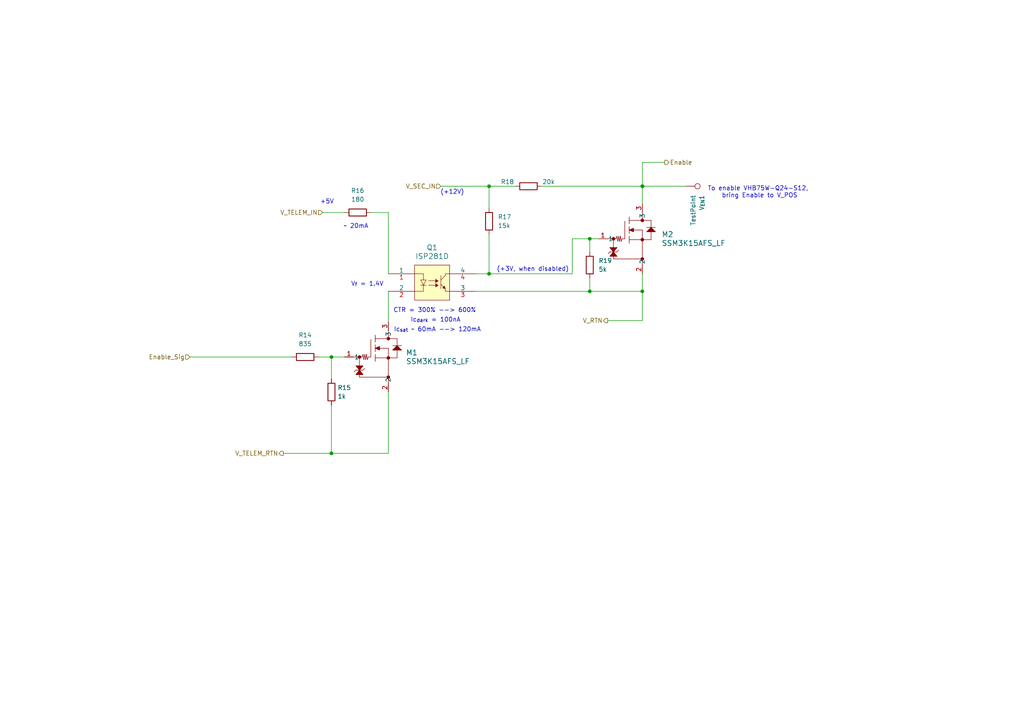
<source format=kicad_sch>
(kicad_sch
	(version 20250114)
	(generator "eeschema")
	(generator_version "9.0")
	(uuid "f2c94885-fc17-4da7-a0f6-19cde8b84424")
	(paper "A4")
	(lib_symbols
		(symbol "Connector:TestPoint"
			(pin_numbers
				(hide yes)
			)
			(pin_names
				(offset 0.762)
				(hide yes)
			)
			(exclude_from_sim no)
			(in_bom yes)
			(on_board yes)
			(property "Reference" "TP"
				(at 0 6.858 0)
				(effects
					(font
						(size 1.27 1.27)
					)
				)
			)
			(property "Value" "TestPoint"
				(at 0 5.08 0)
				(effects
					(font
						(size 1.27 1.27)
					)
				)
			)
			(property "Footprint" ""
				(at 5.08 0 0)
				(effects
					(font
						(size 1.27 1.27)
					)
					(hide yes)
				)
			)
			(property "Datasheet" "~"
				(at 5.08 0 0)
				(effects
					(font
						(size 1.27 1.27)
					)
					(hide yes)
				)
			)
			(property "Description" "test point"
				(at 0 0 0)
				(effects
					(font
						(size 1.27 1.27)
					)
					(hide yes)
				)
			)
			(property "ki_keywords" "test point tp"
				(at 0 0 0)
				(effects
					(font
						(size 1.27 1.27)
					)
					(hide yes)
				)
			)
			(property "ki_fp_filters" "Pin* Test*"
				(at 0 0 0)
				(effects
					(font
						(size 1.27 1.27)
					)
					(hide yes)
				)
			)
			(symbol "TestPoint_0_1"
				(circle
					(center 0 3.302)
					(radius 0.762)
					(stroke
						(width 0)
						(type default)
					)
					(fill
						(type none)
					)
				)
			)
			(symbol "TestPoint_1_1"
				(pin passive line
					(at 0 0 90)
					(length 2.54)
					(name "1"
						(effects
							(font
								(size 1.27 1.27)
							)
						)
					)
					(number "1"
						(effects
							(font
								(size 1.27 1.27)
							)
						)
					)
				)
			)
			(embedded_fonts no)
		)
		(symbol "Device:R"
			(pin_numbers
				(hide yes)
			)
			(pin_names
				(offset 0)
			)
			(exclude_from_sim no)
			(in_bom yes)
			(on_board yes)
			(property "Reference" "R"
				(at 2.032 0 90)
				(effects
					(font
						(size 1.27 1.27)
					)
				)
			)
			(property "Value" "R"
				(at 0 0 90)
				(effects
					(font
						(size 1.27 1.27)
					)
				)
			)
			(property "Footprint" ""
				(at -1.778 0 90)
				(effects
					(font
						(size 1.27 1.27)
					)
					(hide yes)
				)
			)
			(property "Datasheet" "~"
				(at 0 0 0)
				(effects
					(font
						(size 1.27 1.27)
					)
					(hide yes)
				)
			)
			(property "Description" "Resistor"
				(at 0 0 0)
				(effects
					(font
						(size 1.27 1.27)
					)
					(hide yes)
				)
			)
			(property "ki_keywords" "R res resistor"
				(at 0 0 0)
				(effects
					(font
						(size 1.27 1.27)
					)
					(hide yes)
				)
			)
			(property "ki_fp_filters" "R_*"
				(at 0 0 0)
				(effects
					(font
						(size 1.27 1.27)
					)
					(hide yes)
				)
			)
			(symbol "R_0_1"
				(rectangle
					(start -1.016 -2.54)
					(end 1.016 2.54)
					(stroke
						(width 0.254)
						(type default)
					)
					(fill
						(type none)
					)
				)
			)
			(symbol "R_1_1"
				(pin passive line
					(at 0 3.81 270)
					(length 1.27)
					(name "~"
						(effects
							(font
								(size 1.27 1.27)
							)
						)
					)
					(number "1"
						(effects
							(font
								(size 1.27 1.27)
							)
						)
					)
				)
				(pin passive line
					(at 0 -3.81 90)
					(length 1.27)
					(name "~"
						(effects
							(font
								(size 1.27 1.27)
							)
						)
					)
					(number "2"
						(effects
							(font
								(size 1.27 1.27)
							)
						)
					)
				)
			)
			(embedded_fonts no)
		)
		(symbol "ISOCOM:ISP281D"
			(pin_names
				(offset 0)
			)
			(exclude_from_sim no)
			(in_bom yes)
			(on_board yes)
			(property "Reference" "Q"
				(at 8.89 7.366 0)
				(effects
					(font
						(size 1.524 1.524)
					)
				)
			)
			(property "Value" "ISP281D"
				(at 12.446 4.572 0)
				(effects
					(font
						(size 1.524 1.524)
					)
				)
			)
			(property "Footprint" "ISOCOM:ISP281D_ISO"
				(at 0 0 0)
				(effects
					(font
						(size 1.27 1.27)
						(italic yes)
					)
					(hide yes)
				)
			)
			(property "Datasheet" "http://isocom.com/wp-content/uploads/2020/06/dd93256-030620.pdf"
				(at 0 0 0)
				(effects
					(font
						(size 1.27 1.27)
						(italic yes)
					)
					(hide yes)
				)
			)
			(property "Description" "Optoisolator Transistor Output 3750Vrms 1 Channel 4-SOP"
				(at 0 0 0)
				(effects
					(font
						(size 1.27 1.27)
					)
					(hide yes)
				)
			)
			(property "Manufacturer" "Isocom Components 2004 LTD"
				(at 0 0 0)
				(effects
					(font
						(size 1.27 1.27)
					)
					(hide yes)
				)
			)
			(property "Man. Part Num" "ISP281D"
				(at 0 0 0)
				(effects
					(font
						(size 1.27 1.27)
					)
					(hide yes)
				)
			)
			(property "Distributor" "Digi-Key"
				(at 0 0 0)
				(effects
					(font
						(size 1.27 1.27)
					)
					(hide yes)
				)
			)
			(property "Dist. Part Num" "58-ISP281DCT-ND"
				(at 0 0 0)
				(effects
					(font
						(size 1.27 1.27)
					)
					(hide yes)
				)
			)
			(property "Part Type" "SMD"
				(at 0 0 0)
				(effects
					(font
						(size 1.27 1.27)
					)
					(hide yes)
				)
			)
			(property "Package" "4-SOP"
				(at 0 0 0)
				(effects
					(font
						(size 1.27 1.27)
					)
					(hide yes)
				)
			)
			(property "Notes" ""
				(at 0 0 0)
				(effects
					(font
						(size 1.27 1.27)
					)
					(hide yes)
				)
			)
			(property "ki_keywords" "ISP281D"
				(at 0 0 0)
				(effects
					(font
						(size 1.27 1.27)
					)
					(hide yes)
				)
			)
			(property "ki_fp_filters" "ISP281D_ISO ISP281D_ISO-M ISP281D_ISO-L"
				(at 0 0 0)
				(effects
					(font
						(size 1.27 1.27)
					)
					(hide yes)
				)
			)
			(symbol "ISP281D_0_1"
				(polyline
					(pts
						(xy 9.398 -1.778) (xy 10.16 -3.302)
					)
					(stroke
						(width 0.127)
						(type default)
					)
					(fill
						(type none)
					)
				)
				(polyline
					(pts
						(xy 9.398 -3.302) (xy 10.922 -3.302)
					)
					(stroke
						(width 0.127)
						(type default)
					)
					(fill
						(type none)
					)
				)
				(polyline
					(pts
						(xy 10.16 0) (xy 7.62 0)
					)
					(stroke
						(width 0.127)
						(type default)
					)
					(fill
						(type none)
					)
				)
				(polyline
					(pts
						(xy 10.16 0) (xy 10.16 -1.778)
					)
					(stroke
						(width 0.127)
						(type default)
					)
					(fill
						(type none)
					)
				)
				(polyline
					(pts
						(xy 10.16 -3.302) (xy 10.16 -5.08)
					)
					(stroke
						(width 0.127)
						(type default)
					)
					(fill
						(type none)
					)
				)
				(polyline
					(pts
						(xy 10.16 -3.302) (xy 10.922 -1.778)
					)
					(stroke
						(width 0.127)
						(type default)
					)
					(fill
						(type none)
					)
				)
				(polyline
					(pts
						(xy 10.16 -5.08) (xy 7.62 -5.08)
					)
					(stroke
						(width 0.127)
						(type default)
					)
					(fill
						(type none)
					)
				)
				(polyline
					(pts
						(xy 10.922 -1.778) (xy 9.398 -1.778)
					)
					(stroke
						(width 0.127)
						(type default)
					)
					(fill
						(type none)
					)
				)
				(polyline
					(pts
						(xy 11.684 -2.032) (xy 13.716 -2.032)
					)
					(stroke
						(width 0.127)
						(type default)
					)
					(fill
						(type none)
					)
				)
				(polyline
					(pts
						(xy 11.684 -3.302) (xy 13.716 -3.302)
					)
					(stroke
						(width 0.127)
						(type default)
					)
					(fill
						(type none)
					)
				)
				(polyline
					(pts
						(xy 13.716 -1.524) (xy 13.716 -2.54) (xy 14.478 -2.032)
					)
					(stroke
						(width 0)
						(type default)
					)
					(fill
						(type outline)
					)
				)
				(polyline
					(pts
						(xy 13.716 -2.794) (xy 13.716 -3.81) (xy 14.478 -3.302)
					)
					(stroke
						(width 0)
						(type default)
					)
					(fill
						(type outline)
					)
				)
				(polyline
					(pts
						(xy 15.24 -1.778) (xy 16.51 -0.508)
					)
					(stroke
						(width 0.127)
						(type default)
					)
					(fill
						(type none)
					)
				)
				(polyline
					(pts
						(xy 15.24 -3.048) (xy 16.002 -3.81)
					)
					(stroke
						(width 0.127)
						(type default)
					)
					(fill
						(type none)
					)
				)
				(polyline
					(pts
						(xy 15.24 -4.318) (xy 15.24 -0.508)
					)
					(stroke
						(width 0.127)
						(type default)
					)
					(fill
						(type none)
					)
				)
				(polyline
					(pts
						(xy 16.4717 -4.3107) (xy 15.748 -4.064) (xy 16.256 -3.556) (xy 16.51 -4.318)
					)
					(stroke
						(width 0)
						(type default)
					)
					(fill
						(type outline)
					)
				)
				(polyline
					(pts
						(xy 16.51 0) (xy 17.78 0)
					)
					(stroke
						(width 0.127)
						(type default)
					)
					(fill
						(type none)
					)
				)
				(polyline
					(pts
						(xy 16.51 -0.508) (xy 16.51 0)
					)
					(stroke
						(width 0.127)
						(type default)
					)
					(fill
						(type none)
					)
				)
				(polyline
					(pts
						(xy 16.51 -4.318) (xy 16.51 -5.08)
					)
					(stroke
						(width 0.127)
						(type default)
					)
					(fill
						(type none)
					)
				)
				(polyline
					(pts
						(xy 17.78 -5.08) (xy 16.51 -5.08)
					)
					(stroke
						(width 0.127)
						(type default)
					)
					(fill
						(type none)
					)
				)
				(pin unspecified line
					(at 0 0 0)
					(length 7.62)
					(name "1"
						(effects
							(font
								(size 1.27 1.27)
							)
						)
					)
					(number "1"
						(effects
							(font
								(size 1.27 1.27)
							)
						)
					)
				)
				(pin unspecified line
					(at 0 -5.08 0)
					(length 7.62)
					(name "2"
						(effects
							(font
								(size 1.27 1.27)
							)
						)
					)
					(number "2"
						(effects
							(font
								(size 1.27 1.27)
							)
						)
					)
				)
				(pin unspecified line
					(at 25.4 0 180)
					(length 7.62)
					(name "4"
						(effects
							(font
								(size 1.27 1.27)
							)
						)
					)
					(number "4"
						(effects
							(font
								(size 1.27 1.27)
							)
						)
					)
				)
				(pin unspecified line
					(at 25.4 -5.08 180)
					(length 7.62)
					(name "3"
						(effects
							(font
								(size 1.27 1.27)
							)
						)
					)
					(number "3"
						(effects
							(font
								(size 1.27 1.27)
							)
						)
					)
				)
			)
			(symbol "ISP281D_1_1"
				(rectangle
					(start 7.62 2.54)
					(end 17.78 -7.62)
					(stroke
						(width 0)
						(type default)
					)
					(fill
						(type background)
					)
				)
			)
			(embedded_fonts no)
		)
		(symbol "Toshiba_Semiconductor:SSM3K15AFS_LF"
			(pin_names
				(offset 0.254)
			)
			(exclude_from_sim no)
			(in_bom yes)
			(on_board yes)
			(property "Reference" "MOSFET"
				(at 0 0 0)
				(effects
					(font
						(size 1.524 1.524)
					)
				)
			)
			(property "Value" "SSM3K15AFS_LF"
				(at 0 0 0)
				(effects
					(font
						(size 1.524 1.524)
					)
				)
			)
			(property "Footprint" "SSM_TOS"
				(at 0 0 0)
				(effects
					(font
						(size 1.27 1.27)
						(italic yes)
					)
					(hide yes)
				)
			)
			(property "Datasheet" "https://toshiba.semicon-storage.com/info/SSM3K15AFS_datasheet_en_20140301.pdf?did=5914&prodName=SSM3K15AFS"
				(at 0 0 0)
				(effects
					(font
						(size 1.27 1.27)
						(italic yes)
					)
					(hide yes)
				)
			)
			(property "Description" "MOSFET N-CH 30V 100MA SSM"
				(at 0 0 0)
				(effects
					(font
						(size 1.27 1.27)
					)
					(hide yes)
				)
			)
			(property "Manufacturer" "Toshiba Semiconductor and Storage"
				(at 0 0 0)
				(effects
					(font
						(size 1.27 1.27)
					)
					(hide yes)
				)
			)
			(property "Man. Part Num" "SSM3K15AFS,LF"
				(at 0 0 0)
				(effects
					(font
						(size 1.27 1.27)
					)
					(hide yes)
				)
			)
			(property "Distributor" "Digi-Key"
				(at 0 0 0)
				(effects
					(font
						(size 1.27 1.27)
					)
					(hide yes)
				)
			)
			(property "Dist. Part Num" "SSM3K15AFSLFCT-ND"
				(at 0 0 0)
				(effects
					(font
						(size 1.27 1.27)
					)
					(hide yes)
				)
			)
			(property "Part Type" "SMD"
				(at 0 0 0)
				(effects
					(font
						(size 1.27 1.27)
					)
					(hide yes)
				)
			)
			(property "Package" "SSM_TOS"
				(at 0 0 0)
				(effects
					(font
						(size 1.27 1.27)
					)
					(hide yes)
				)
			)
			(property "Notes" ""
				(at 0 0 0)
				(effects
					(font
						(size 1.27 1.27)
					)
					(hide yes)
				)
			)
			(property "ki_keywords" "SSM3K15AFS,LF"
				(at 0 0 0)
				(effects
					(font
						(size 1.27 1.27)
					)
					(hide yes)
				)
			)
			(property "ki_fp_filters" "SSM_TOS SSM_TOS-M SSM_TOS-L"
				(at 0 0 0)
				(effects
					(font
						(size 1.27 1.27)
					)
					(hide yes)
				)
			)
			(symbol "SSM3K15AFS_LF_0_1"
				(polyline
					(pts
						(xy 0 -7.62) (xy 2.54 -7.62)
					)
					(stroke
						(width 0.1524)
						(type default)
					)
					(fill
						(type none)
					)
				)
				(polyline
					(pts
						(xy 0.762 -10.16) (xy 1.778 -11.43)
					)
					(stroke
						(width 0.1524)
						(type default)
					)
					(fill
						(type none)
					)
				)
				(polyline
					(pts
						(xy 0.762 -10.16) (xy 1.778 -11.43) (xy 0.762 -12.7) (xy 2.794 -12.7) (xy 1.778 -11.43) (xy 2.794 -10.16)
					)
					(stroke
						(width 0)
						(type default)
					)
					(fill
						(type outline)
					)
				)
				(polyline
					(pts
						(xy 0.762 -11.43) (xy 0.254 -11.938)
					)
					(stroke
						(width 0.1524)
						(type default)
					)
					(fill
						(type none)
					)
				)
				(polyline
					(pts
						(xy 0.762 -11.43) (xy 2.794 -11.43)
					)
					(stroke
						(width 0.1524)
						(type default)
					)
					(fill
						(type none)
					)
				)
				(polyline
					(pts
						(xy 0.762 -12.7) (xy 2.794 -12.7)
					)
					(stroke
						(width 0.1524)
						(type default)
					)
					(fill
						(type none)
					)
				)
				(polyline
					(pts
						(xy 1.778 -7.62) (xy 1.778 -10.16)
					)
					(stroke
						(width 0.1524)
						(type default)
					)
					(fill
						(type none)
					)
				)
				(circle
					(center 1.778 -7.62)
					(radius 0.254)
					(stroke
						(width 0.508)
						(type default)
					)
					(fill
						(type none)
					)
				)
				(polyline
					(pts
						(xy 1.778 -11.43) (xy 0.762 -12.7)
					)
					(stroke
						(width 0.1524)
						(type default)
					)
					(fill
						(type none)
					)
				)
				(polyline
					(pts
						(xy 1.778 -11.43) (xy 2.794 -10.16)
					)
					(stroke
						(width 0.1524)
						(type default)
					)
					(fill
						(type none)
					)
				)
				(polyline
					(pts
						(xy 1.778 -12.7) (xy 1.778 -13.462)
					)
					(stroke
						(width 0.1524)
						(type default)
					)
					(fill
						(type none)
					)
				)
				(polyline
					(pts
						(xy 1.778 -13.462) (xy 10.16 -13.462)
					)
					(stroke
						(width 0.1524)
						(type default)
					)
					(fill
						(type none)
					)
				)
				(polyline
					(pts
						(xy 2.794 -6.858) (xy 2.54 -7.62)
					)
					(stroke
						(width 0.1524)
						(type default)
					)
					(fill
						(type none)
					)
				)
				(polyline
					(pts
						(xy 2.794 -10.16) (xy 0.762 -10.16)
					)
					(stroke
						(width 0.1524)
						(type default)
					)
					(fill
						(type none)
					)
				)
				(polyline
					(pts
						(xy 2.794 -11.43) (xy 3.302 -10.922)
					)
					(stroke
						(width 0.1524)
						(type default)
					)
					(fill
						(type none)
					)
				)
				(polyline
					(pts
						(xy 2.794 -12.7) (xy 1.778 -11.43)
					)
					(stroke
						(width 0.1524)
						(type default)
					)
					(fill
						(type none)
					)
				)
				(polyline
					(pts
						(xy 3.048 -8.382) (xy 2.794 -6.858)
					)
					(stroke
						(width 0.1524)
						(type default)
					)
					(fill
						(type none)
					)
				)
				(polyline
					(pts
						(xy 3.302 -6.858) (xy 3.048 -8.382)
					)
					(stroke
						(width 0.1524)
						(type default)
					)
					(fill
						(type none)
					)
				)
				(polyline
					(pts
						(xy 3.556 -8.382) (xy 3.302 -6.858)
					)
					(stroke
						(width 0.1524)
						(type default)
					)
					(fill
						(type none)
					)
				)
				(polyline
					(pts
						(xy 3.81 -6.858) (xy 3.556 -8.382)
					)
					(stroke
						(width 0.1524)
						(type default)
					)
					(fill
						(type none)
					)
				)
				(polyline
					(pts
						(xy 4.064 -8.382) (xy 3.81 -6.858)
					)
					(stroke
						(width 0.1524)
						(type default)
					)
					(fill
						(type none)
					)
				)
				(polyline
					(pts
						(xy 4.318 -7.62) (xy 4.064 -8.382)
					)
					(stroke
						(width 0.1524)
						(type default)
					)
					(fill
						(type none)
					)
				)
				(polyline
					(pts
						(xy 5.08 -7.62) (xy 4.318 -7.62)
					)
					(stroke
						(width 0.1524)
						(type default)
					)
					(fill
						(type none)
					)
				)
				(polyline
					(pts
						(xy 5.08 -7.62) (xy 5.08 -2.54)
					)
					(stroke
						(width 0.1524)
						(type default)
					)
					(fill
						(type none)
					)
				)
				(polyline
					(pts
						(xy 6.35 -3.302) (xy 6.35 -1.27)
					)
					(stroke
						(width 0.1524)
						(type default)
					)
					(fill
						(type none)
					)
				)
				(polyline
					(pts
						(xy 6.35 -5.08) (xy 7.62 -4.572)
					)
					(stroke
						(width 0.1524)
						(type default)
					)
					(fill
						(type none)
					)
				)
				(polyline
					(pts
						(xy 6.35 -6.096) (xy 6.35 -4.064)
					)
					(stroke
						(width 0.1524)
						(type default)
					)
					(fill
						(type none)
					)
				)
				(polyline
					(pts
						(xy 6.35 -7.874) (xy 12.7 -7.874)
					)
					(stroke
						(width 0.1524)
						(type default)
					)
					(fill
						(type none)
					)
				)
				(polyline
					(pts
						(xy 6.35 -8.89) (xy 6.35 -6.858)
					)
					(stroke
						(width 0.1524)
						(type default)
					)
					(fill
						(type none)
					)
				)
				(polyline
					(pts
						(xy 7.62 -4.572) (xy 7.62 -5.588)
					)
					(stroke
						(width 0.1524)
						(type default)
					)
					(fill
						(type none)
					)
				)
				(polyline
					(pts
						(xy 7.62 -4.572) (xy 6.35 -5.08) (xy 7.62 -5.588)
					)
					(stroke
						(width 0)
						(type default)
					)
					(fill
						(type outline)
					)
				)
				(polyline
					(pts
						(xy 7.62 -5.08) (xy 10.16 -5.08)
					)
					(stroke
						(width 0.1524)
						(type default)
					)
					(fill
						(type none)
					)
				)
				(polyline
					(pts
						(xy 7.62 -5.588) (xy 6.35 -5.08)
					)
					(stroke
						(width 0.1524)
						(type default)
					)
					(fill
						(type none)
					)
				)
				(polyline
					(pts
						(xy 10.16 0) (xy 10.16 -2.286)
					)
					(stroke
						(width 0.1524)
						(type default)
					)
					(fill
						(type none)
					)
				)
				(circle
					(center 10.16 -2.286)
					(radius 0.254)
					(stroke
						(width 0.508)
						(type default)
					)
					(fill
						(type none)
					)
				)
				(polyline
					(pts
						(xy 10.16 -5.08) (xy 10.16 -15.24)
					)
					(stroke
						(width 0.1524)
						(type default)
					)
					(fill
						(type none)
					)
				)
				(circle
					(center 10.16 -7.874)
					(radius 0.254)
					(stroke
						(width 0.508)
						(type default)
					)
					(fill
						(type none)
					)
				)
				(circle
					(center 10.16 -13.462)
					(radius 0.254)
					(stroke
						(width 0.508)
						(type default)
					)
					(fill
						(type none)
					)
				)
				(polyline
					(pts
						(xy 11.43 -4.318) (xy 13.97 -4.318)
					)
					(stroke
						(width 0.1524)
						(type default)
					)
					(fill
						(type none)
					)
				)
				(polyline
					(pts
						(xy 11.43 -5.588) (xy 13.97 -5.588)
					)
					(stroke
						(width 0.1524)
						(type default)
					)
					(fill
						(type none)
					)
				)
				(polyline
					(pts
						(xy 12.7 -2.286) (xy 6.35 -2.286)
					)
					(stroke
						(width 0.1524)
						(type default)
					)
					(fill
						(type none)
					)
				)
				(polyline
					(pts
						(xy 12.7 -4.318) (xy 11.43 -5.588)
					)
					(stroke
						(width 0.1524)
						(type default)
					)
					(fill
						(type none)
					)
				)
				(polyline
					(pts
						(xy 12.7 -4.318) (xy 12.7 -2.286)
					)
					(stroke
						(width 0.1524)
						(type default)
					)
					(fill
						(type none)
					)
				)
				(polyline
					(pts
						(xy 12.7 -4.318) (xy 11.43 -5.588) (xy 13.97 -5.588)
					)
					(stroke
						(width 0)
						(type default)
					)
					(fill
						(type outline)
					)
				)
				(polyline
					(pts
						(xy 12.7 -7.874) (xy 12.7 -5.588)
					)
					(stroke
						(width 0.1524)
						(type default)
					)
					(fill
						(type none)
					)
				)
				(polyline
					(pts
						(xy 13.97 -5.588) (xy 12.7 -4.318)
					)
					(stroke
						(width 0.1524)
						(type default)
					)
					(fill
						(type none)
					)
				)
				(pin unspecified line
					(at -2.54 -7.62 0)
					(length 2.54)
					(name "1"
						(effects
							(font
								(size 1.27 1.27)
							)
						)
					)
					(number "1"
						(effects
							(font
								(size 1.27 1.27)
							)
						)
					)
				)
				(pin unspecified line
					(at 10.16 2.54 270)
					(length 2.54)
					(name "3"
						(effects
							(font
								(size 1.27 1.27)
							)
						)
					)
					(number "3"
						(effects
							(font
								(size 1.27 1.27)
							)
						)
					)
				)
				(pin unspecified line
					(at 10.16 -17.78 90)
					(length 2.54)
					(name "2"
						(effects
							(font
								(size 1.27 1.27)
							)
						)
					)
					(number "2"
						(effects
							(font
								(size 1.27 1.27)
							)
						)
					)
				)
			)
			(embedded_fonts no)
		)
	)
	(text "+5V"
		(exclude_from_sim no)
		(at 94.8591 58.5895 0)
		(effects
			(font
				(size 1.27 1.27)
			)
		)
		(uuid "33768bd7-d0c1-4960-a721-3ce941cb5e0b")
	)
	(text "Ic_{sat} ~ 60mA --> 120mA"
		(exclude_from_sim no)
		(at 126.8631 95.6735 0)
		(effects
			(font
				(size 1.27 1.27)
			)
		)
		(uuid "73905ecf-0f38-41ac-9a32-eb7f5597c03f")
	)
	(text "To enable VHB75W-Q24-S12, \nbring Enable to V_POS"
		(exclude_from_sim no)
		(at 220.3351 55.7955 0)
		(effects
			(font
				(size 1.27 1.27)
			)
		)
		(uuid "7522145a-3ad8-4255-9e71-b3f3ac6875ab")
	)
	(text "Ic_{dark} = 100nA"
		(exclude_from_sim no)
		(at 126.3551 92.8795 0)
		(effects
			(font
				(size 1.27 1.27)
			)
		)
		(uuid "9d2da8e5-3b2f-4a67-ada8-24f75d826a12")
	)
	(text "V_{f} = 1.4V"
		(exclude_from_sim no)
		(at 106.5431 82.4655 0)
		(effects
			(font
				(size 1.27 1.27)
			)
		)
		(uuid "b43bf65f-314c-4c77-a72f-92581db586c1")
	)
	(text "CTR = 300% --> 600%"
		(exclude_from_sim no)
		(at 126.1011 90.0855 0)
		(effects
			(font
				(size 1.27 1.27)
			)
		)
		(uuid "b99efc4e-a5e7-4336-b7b2-d5cd31403a67")
	)
	(text "~ 20mA"
		(exclude_from_sim no)
		(at 103.2411 65.7015 0)
		(effects
			(font
				(size 1.27 1.27)
			)
		)
		(uuid "ca336ae1-f6df-4b08-afc4-198f88e4856b")
	)
	(text "(+3V, when disabled)"
		(exclude_from_sim no)
		(at 154.5491 78.1475 0)
		(effects
			(font
				(size 1.27 1.27)
			)
		)
		(uuid "ce1459bc-db32-4408-90c1-1bc3f51ca168")
	)
	(text "(+12V)"
		(exclude_from_sim no)
		(at 131.1811 55.7955 0)
		(effects
			(font
				(size 1.27 1.27)
			)
		)
		(uuid "f5006a8f-430a-4436-8b74-3190aeba5b71")
	)
	(junction
		(at 96.1291 131.4875)
		(diameter 0)
		(color 0 0 0 0)
		(uuid "1102e6d3-a31a-4484-80bd-2db75e96601d")
	)
	(junction
		(at 141.8491 54.0175)
		(diameter 0)
		(color 0 0 0 0)
		(uuid "1393d806-abae-4793-af82-545309711d5d")
	)
	(junction
		(at 186.2991 54.0175)
		(diameter 0)
		(color 0 0 0 0)
		(uuid "1591696e-9fe1-40e8-8cad-d3c9704bf9d8")
	)
	(junction
		(at 171.0591 69.2575)
		(diameter 0)
		(color 0 0 0 0)
		(uuid "1c02884f-681b-467f-8d53-7161b6f46291")
	)
	(junction
		(at 186.2991 84.4975)
		(diameter 0)
		(color 0 0 0 0)
		(uuid "4a53314d-301f-4390-adf1-e60148d1202f")
	)
	(junction
		(at 171.0591 84.4975)
		(diameter 0)
		(color 0 0 0 0)
		(uuid "62b5036f-145d-40ce-a682-1e58cc63ff80")
	)
	(junction
		(at 186.3268 54.0175)
		(diameter 0)
		(color 0 0 0 0)
		(uuid "d5eb8733-d6c8-4c2b-9f2c-fdf6dda6c2ee")
	)
	(junction
		(at 96.1291 103.5475)
		(diameter 0)
		(color 0 0 0 0)
		(uuid "eecb8300-4ce0-434c-804d-709651d5b422")
	)
	(junction
		(at 141.8491 79.4175)
		(diameter 0)
		(color 0 0 0 0)
		(uuid "f71416cb-dc8a-4002-b905-31b2fcd98034")
	)
	(wire
		(pts
			(xy 127.8791 54.0175) (xy 141.8491 54.0175)
		)
		(stroke
			(width 0)
			(type default)
		)
		(uuid "029ecd4c-b051-44c0-8106-f68c79fbb10a")
	)
	(wire
		(pts
			(xy 141.8491 54.0175) (xy 149.4691 54.0175)
		)
		(stroke
			(width 0)
			(type default)
		)
		(uuid "07b40924-d05f-43e4-92de-c9842ea4b116")
	)
	(wire
		(pts
			(xy 112.6391 84.4975) (xy 112.6391 93.3875)
		)
		(stroke
			(width 0)
			(type default)
		)
		(uuid "0a84920d-e958-421b-bb4a-ed8a933d8c67")
	)
	(wire
		(pts
			(xy 186.2991 92.9864) (xy 176.262 92.9864)
		)
		(stroke
			(width 0)
			(type default)
		)
		(uuid "0e192480-3c80-4ce9-b2a9-e42f06ec249c")
	)
	(wire
		(pts
			(xy 165.9791 69.2575) (xy 165.9791 79.4175)
		)
		(stroke
			(width 0)
			(type default)
		)
		(uuid "0f510e2d-cebd-4e68-95af-689515e28d16")
	)
	(wire
		(pts
			(xy 171.0591 84.4975) (xy 186.2991 84.4975)
		)
		(stroke
			(width 0)
			(type default)
		)
		(uuid "1232e163-b227-404e-ba05-32766c55049f")
	)
	(wire
		(pts
			(xy 107.5591 61.6375) (xy 112.6391 61.6375)
		)
		(stroke
			(width 0)
			(type default)
		)
		(uuid "1bf50371-7d80-4700-a0b9-e193057b1cc5")
	)
	(wire
		(pts
			(xy 186.3268 54.0175) (xy 198.9991 54.0175)
		)
		(stroke
			(width 0)
			(type default)
		)
		(uuid "1cf1f345-5548-44a5-b875-a7155047ffaf")
	)
	(wire
		(pts
			(xy 112.6391 113.7075) (xy 112.6391 131.4875)
		)
		(stroke
			(width 0)
			(type default)
		)
		(uuid "25900cb6-cc54-4c1d-878b-c58e9c178091")
	)
	(wire
		(pts
			(xy 141.8491 67.9875) (xy 141.8491 79.4175)
		)
		(stroke
			(width 0)
			(type default)
		)
		(uuid "2c1cf9b4-7a1d-4038-88e7-6c1e72fc32f8")
	)
	(wire
		(pts
			(xy 92.3191 103.5475) (xy 96.1291 103.5475)
		)
		(stroke
			(width 0)
			(type default)
		)
		(uuid "33c9b30f-d561-412d-a2d4-5dd48a41abaa")
	)
	(wire
		(pts
			(xy 82.1591 131.4875) (xy 96.1291 131.4875)
		)
		(stroke
			(width 0)
			(type default)
		)
		(uuid "38598b36-7a92-42d4-bf47-f52020a27b72")
	)
	(wire
		(pts
			(xy 112.6391 61.6375) (xy 112.6391 79.4175)
		)
		(stroke
			(width 0)
			(type default)
		)
		(uuid "4af1b330-5ab4-41fd-a8bf-60c0a9a36b21")
	)
	(wire
		(pts
			(xy 138.0391 84.4975) (xy 171.0591 84.4975)
		)
		(stroke
			(width 0)
			(type default)
		)
		(uuid "54274b98-fcd2-4d00-90e6-e6bcfda68dcf")
	)
	(wire
		(pts
			(xy 186.2991 84.4975) (xy 186.2991 92.9864)
		)
		(stroke
			(width 0)
			(type default)
		)
		(uuid "5b83fc4b-fcf3-4dc5-b473-38231d7fb056")
	)
	(wire
		(pts
			(xy 171.0591 69.2575) (xy 171.0591 73.0675)
		)
		(stroke
			(width 0)
			(type default)
		)
		(uuid "628e7e0c-a2e9-4567-9c66-544efb1dc091")
	)
	(wire
		(pts
			(xy 171.0591 69.2575) (xy 165.9791 69.2575)
		)
		(stroke
			(width 0)
			(type default)
		)
		(uuid "6443e5a7-69ad-4995-bb8f-a4c40f1e66f2")
	)
	(wire
		(pts
			(xy 55.0712 103.5475) (xy 84.6991 103.5475)
		)
		(stroke
			(width 0)
			(type default)
		)
		(uuid "7391a5a9-3b70-43ec-a094-1ca9ab99650c")
	)
	(wire
		(pts
			(xy 173.5991 69.2575) (xy 171.0591 69.2575)
		)
		(stroke
			(width 0)
			(type default)
		)
		(uuid "74783e3e-1106-4653-a7d0-5d0786664fcd")
	)
	(wire
		(pts
			(xy 141.8491 54.0175) (xy 141.8491 60.3675)
		)
		(stroke
			(width 0)
			(type default)
		)
		(uuid "9904efc2-d8be-40fe-b683-912ac520b87f")
	)
	(wire
		(pts
			(xy 186.2991 54.0175) (xy 186.3268 54.0175)
		)
		(stroke
			(width 0)
			(type default)
		)
		(uuid "9cf6cbcc-3a0b-4a43-b72e-61727b18925c")
	)
	(wire
		(pts
			(xy 96.1291 131.4875) (xy 112.6391 131.4875)
		)
		(stroke
			(width 0)
			(type default)
		)
		(uuid "a4e72c14-63ba-437e-9d99-8cabe2dd9318")
	)
	(wire
		(pts
			(xy 93.5891 61.6375) (xy 99.9391 61.6375)
		)
		(stroke
			(width 0)
			(type default)
		)
		(uuid "b05fb06d-200d-428b-a51b-5a236cfb4a46")
	)
	(wire
		(pts
			(xy 171.0591 80.6875) (xy 171.0591 84.4975)
		)
		(stroke
			(width 0)
			(type default)
		)
		(uuid "b22069e0-e3f5-44ed-95a6-3653e323c220")
	)
	(wire
		(pts
			(xy 186.3268 47.1031) (xy 186.3268 54.0175)
		)
		(stroke
			(width 0)
			(type default)
		)
		(uuid "bba7855f-6010-449c-8e81-b1a2510f2ad0")
	)
	(wire
		(pts
			(xy 186.2991 54.0175) (xy 186.2991 59.0975)
		)
		(stroke
			(width 0)
			(type default)
		)
		(uuid "c3e6dbe2-49ec-4117-865c-365c3028f9ab")
	)
	(wire
		(pts
			(xy 141.8491 79.4175) (xy 138.0391 79.4175)
		)
		(stroke
			(width 0)
			(type default)
		)
		(uuid "c45545d0-2dc8-4733-b226-2d4b24dd01a8")
	)
	(wire
		(pts
			(xy 96.1291 103.5475) (xy 99.9391 103.5475)
		)
		(stroke
			(width 0)
			(type default)
		)
		(uuid "c5f935d9-1aba-42cc-909c-a5ca5acb4053")
	)
	(wire
		(pts
			(xy 96.1291 117.5175) (xy 96.1291 131.4875)
		)
		(stroke
			(width 0)
			(type default)
		)
		(uuid "c6e8e7d9-0467-4619-ab79-aba29f40b1c3")
	)
	(wire
		(pts
			(xy 192.7982 47.1031) (xy 186.3268 47.1031)
		)
		(stroke
			(width 0)
			(type default)
		)
		(uuid "ca7c7570-b20d-4ce8-a29e-88e0d5d76de2")
	)
	(wire
		(pts
			(xy 96.1291 103.5475) (xy 96.1291 109.8975)
		)
		(stroke
			(width 0)
			(type default)
		)
		(uuid "e2483297-0248-4099-b2a5-e1b7fbd089e0")
	)
	(wire
		(pts
			(xy 186.2991 79.4175) (xy 186.2991 84.4975)
		)
		(stroke
			(width 0)
			(type default)
		)
		(uuid "e5882019-3675-4d27-99fa-efad52545782")
	)
	(wire
		(pts
			(xy 157.0891 54.0175) (xy 186.2991 54.0175)
		)
		(stroke
			(width 0)
			(type default)
		)
		(uuid "f5e0f8c0-0c4b-4fdf-ba4d-926adbe57065")
	)
	(wire
		(pts
			(xy 141.8491 79.4175) (xy 165.9791 79.4175)
		)
		(stroke
			(width 0)
			(type default)
		)
		(uuid "fc4927bd-8604-4371-97aa-0a54e137bbe2")
	)
	(hierarchical_label "Enable"
		(shape output)
		(at 192.7982 47.1031 0)
		(effects
			(font
				(size 1.27 1.27)
			)
			(justify left)
		)
		(uuid "6a9b178e-9ea9-4be0-b7a0-4978262e5cf6")
	)
	(hierarchical_label "V_RTN"
		(shape output)
		(at 176.262 92.9864 180)
		(effects
			(font
				(size 1.27 1.27)
			)
			(justify right)
		)
		(uuid "89f6014f-12f7-4100-95a7-f4e6aa92a12d")
	)
	(hierarchical_label "V_SEC_IN"
		(shape input)
		(at 127.8791 54.0175 180)
		(effects
			(font
				(size 1.27 1.27)
			)
			(justify right)
		)
		(uuid "a413cace-42ab-48a2-8022-7f335cec9beb")
	)
	(hierarchical_label "Enable_Sig"
		(shape input)
		(at 55.0712 103.5475 180)
		(effects
			(font
				(size 1.27 1.27)
			)
			(justify right)
		)
		(uuid "adc225fc-47bc-492c-8c37-d3128383f07d")
	)
	(hierarchical_label "V_TELEM_RTN"
		(shape output)
		(at 82.1591 131.4875 180)
		(effects
			(font
				(size 1.27 1.27)
			)
			(justify right)
		)
		(uuid "c60bf917-247c-43f0-8cad-ac432f47fde8")
	)
	(hierarchical_label "V_TELEM_IN"
		(shape input)
		(at 93.5891 61.6375 180)
		(effects
			(font
				(size 1.27 1.27)
			)
			(justify right)
		)
		(uuid "d574e739-177f-4ae2-abae-79c750241ee7")
	)
	(symbol
		(lib_id "Device:R")
		(at 88.5091 103.5475 90)
		(unit 1)
		(exclude_from_sim no)
		(in_bom yes)
		(on_board yes)
		(dnp no)
		(fields_autoplaced yes)
		(uuid "3bc90b34-2a3d-4ea8-b3ae-1b5689d64bb4")
		(property "Reference" "R14"
			(at 88.5091 97.1975 90)
			(effects
				(font
					(size 1.27 1.27)
				)
			)
		)
		(property "Value" "835"
			(at 88.5091 99.7375 90)
			(effects
				(font
					(size 1.27 1.27)
				)
			)
		)
		(property "Footprint" "Resistor_SMD:R_0603_1608Metric"
			(at 88.5091 105.3255 90)
			(effects
				(font
					(size 1.27 1.27)
				)
				(hide yes)
			)
		)
		(property "Datasheet" "https://www.koaspeer.com/pdfs/RN73H.pdf"
			(at 88.5091 103.5475 0)
			(effects
				(font
					(size 1.27 1.27)
				)
				(hide yes)
			)
		)
		(property "Description" "835 Ohms ±0.05% 0.1W, 1/10W Chip Resistor 0603 (1608 Metric) Automotive AEC-Q200, Moisture Resistant Metal Film"
			(at 88.5091 103.5475 0)
			(effects
				(font
					(size 1.27 1.27)
				)
				(hide yes)
			)
		)
		(property "Dist. Part Num" "2019-RN73H1JTTD8350A05CT-ND"
			(at 88.5091 103.5475 0)
			(effects
				(font
					(size 1.27 1.27)
				)
				(hide yes)
			)
		)
		(property "Distributor" "Digi-Key"
			(at 88.5091 103.5475 0)
			(effects
				(font
					(size 1.27 1.27)
				)
				(hide yes)
			)
		)
		(property "Man. Part Num" "RN73H1JTTD8350A05"
			(at 88.5091 103.5475 0)
			(effects
				(font
					(size 1.27 1.27)
				)
				(hide yes)
			)
		)
		(property "Manufacturer" "KOA Speer Electronics, Inc."
			(at 88.5091 103.5475 0)
			(effects
				(font
					(size 1.27 1.27)
				)
				(hide yes)
			)
		)
		(property "Package" "0603 (1608 Metric)"
			(at 88.5091 103.5475 0)
			(effects
				(font
					(size 1.27 1.27)
				)
				(hide yes)
			)
		)
		(property "Part Type" "SMD"
			(at 88.5091 103.5475 0)
			(effects
				(font
					(size 1.27 1.27)
				)
				(hide yes)
			)
		)
		(pin "2"
			(uuid "4bcf7691-5e24-48a4-9847-229f32c0ccdb")
		)
		(pin "1"
			(uuid "601d9960-22ba-4aae-8d1e-5338bb3ec539")
		)
		(instances
			(project "CAEN_NEVIS_DAQ_PM5V"
				(path "/ae14f75f-f9e2-4d62-a3b7-befabe493169/caae66c9-95cb-46a9-ae5d-6a8ce43be9f2/b174f7bf-1950-4631-905f-3116f7870181"
					(reference "R14")
					(unit 1)
				)
			)
		)
	)
	(symbol
		(lib_id "Connector:TestPoint")
		(at 198.9991 54.0175 270)
		(unit 1)
		(exclude_from_sim no)
		(in_bom yes)
		(on_board yes)
		(dnp no)
		(uuid "614c884f-a041-4e82-b3d5-1a553bc76d40")
		(property "Reference" "V_{EN}1"
			(at 203.5712 56.5575 0)
			(effects
				(font
					(size 1.27 1.27)
				)
				(justify left)
			)
		)
		(property "Value" "TestPoint"
			(at 201.0312 56.5575 0)
			(effects
				(font
					(size 1.27 1.27)
				)
				(justify left)
			)
		)
		(property "Footprint" "TestPoint:TestPoint_Keystone_5005-5009_Compact"
			(at 198.9991 59.0975 0)
			(effects
				(font
					(size 1.27 1.27)
				)
				(hide yes)
			)
		)
		(property "Datasheet" "https://www.keyelco.com/userAssets/file/M65p56.pdf"
			(at 198.9991 59.0975 0)
			(effects
				(font
					(size 1.27 1.27)
				)
				(hide yes)
			)
		)
		(property "Description" "White PC Test Point, Compact Phosphor Bronze Silver Plating Through Hole Mounting Type"
			(at 198.9991 54.0175 0)
			(effects
				(font
					(size 1.27 1.27)
				)
				(hide yes)
			)
		)
		(property "Dist. Part Num" "36-5007-ND"
			(at 198.9991 54.0175 0)
			(effects
				(font
					(size 1.27 1.27)
				)
				(hide yes)
			)
		)
		(property "Distributor" "Digi-Key"
			(at 198.9991 54.0175 0)
			(effects
				(font
					(size 1.27 1.27)
				)
				(hide yes)
			)
		)
		(property "Man. Part Num" "5007"
			(at 198.9991 54.0175 0)
			(effects
				(font
					(size 1.27 1.27)
				)
				(hide yes)
			)
		)
		(property "Manufacturer" "Keystone Electronics"
			(at 198.9991 54.0175 0)
			(effects
				(font
					(size 1.27 1.27)
				)
				(hide yes)
			)
		)
		(property "Package" "-"
			(at 198.9991 54.0175 0)
			(effects
				(font
					(size 1.27 1.27)
				)
				(hide yes)
			)
		)
		(property "Part Type" "Through Hole"
			(at 198.9991 54.0175 0)
			(effects
				(font
					(size 1.27 1.27)
				)
				(hide yes)
			)
		)
		(pin "1"
			(uuid "1955fe85-dc96-4dd0-bcf2-3da771ad8a48")
		)
		(instances
			(project "CAEN_NEVIS_DAQ_PM5V"
				(path "/ae14f75f-f9e2-4d62-a3b7-befabe493169/caae66c9-95cb-46a9-ae5d-6a8ce43be9f2/b174f7bf-1950-4631-905f-3116f7870181"
					(reference "V_{EN}1")
					(unit 1)
				)
			)
		)
	)
	(symbol
		(lib_id "Toshiba_Semiconductor:SSM3K15AFS_LF")
		(at 102.4791 95.9275 0)
		(unit 1)
		(exclude_from_sim no)
		(in_bom yes)
		(on_board yes)
		(dnp no)
		(fields_autoplaced yes)
		(uuid "6b20796c-b10b-42c5-a2a5-cfdf001c6547")
		(property "Reference" "M1"
			(at 117.7191 102.2774 0)
			(effects
				(font
					(size 1.524 1.524)
				)
				(justify left)
			)
		)
		(property "Value" "SSM3K15AFS_LF"
			(at 117.7191 104.8174 0)
			(effects
				(font
					(size 1.524 1.524)
				)
				(justify left)
			)
		)
		(property "Footprint" "Toshiba_Semi:SSM_TOS"
			(at 102.4791 95.9275 0)
			(effects
				(font
					(size 1.27 1.27)
					(italic yes)
				)
				(hide yes)
			)
		)
		(property "Datasheet" "https://toshiba.semicon-storage.com/info/SSM3K15AFS_datasheet_en_20140301.pdf?did=5914&prodName=SSM3K15AFS"
			(at 102.4791 95.9275 0)
			(effects
				(font
					(size 1.27 1.27)
					(italic yes)
				)
				(hide yes)
			)
		)
		(property "Description" "MOSFET N-CH 30V 100MA SSM"
			(at 102.4791 95.9275 0)
			(effects
				(font
					(size 1.27 1.27)
				)
				(hide yes)
			)
		)
		(property "Manufacturer" "Toshiba Semiconductor and Storage"
			(at 102.4791 95.9275 0)
			(effects
				(font
					(size 1.27 1.27)
				)
				(hide yes)
			)
		)
		(property "Man. Part Num" "SSM3K15AFS,LF"
			(at 102.4791 95.9275 0)
			(effects
				(font
					(size 1.27 1.27)
				)
				(hide yes)
			)
		)
		(property "Distributor" "Digi-Key"
			(at 102.4791 95.9275 0)
			(effects
				(font
					(size 1.27 1.27)
				)
				(hide yes)
			)
		)
		(property "Dist. Part Num" "SSM3K15AFSLFCT-ND"
			(at 102.4791 95.9275 0)
			(effects
				(font
					(size 1.27 1.27)
				)
				(hide yes)
			)
		)
		(property "Part Type" "SMD"
			(at 102.4791 95.9275 0)
			(effects
				(font
					(size 1.27 1.27)
				)
				(hide yes)
			)
		)
		(property "Package" "SSM_TOS"
			(at 102.4791 95.9275 0)
			(effects
				(font
					(size 1.27 1.27)
				)
				(hide yes)
			)
		)
		(property "Notes" ""
			(at 102.4791 95.9275 0)
			(effects
				(font
					(size 1.27 1.27)
				)
				(hide yes)
			)
		)
		(pin "2"
			(uuid "550afd14-fc86-4130-9ca9-908dcf5bb581")
		)
		(pin "1"
			(uuid "4ac4ca61-1e22-4b15-bb43-209b10cf3132")
		)
		(pin "3"
			(uuid "0d9f7822-58e1-434f-ad66-f29f938c6f70")
		)
		(instances
			(project "CAEN_NEVIS_DAQ_PM5V"
				(path "/ae14f75f-f9e2-4d62-a3b7-befabe493169/caae66c9-95cb-46a9-ae5d-6a8ce43be9f2/b174f7bf-1950-4631-905f-3116f7870181"
					(reference "M1")
					(unit 1)
				)
			)
		)
	)
	(symbol
		(lib_id "ISOCOM:ISP281D")
		(at 112.6391 79.4175 0)
		(unit 1)
		(exclude_from_sim no)
		(in_bom yes)
		(on_board yes)
		(dnp no)
		(fields_autoplaced yes)
		(uuid "7af41836-27da-480e-a914-2dd9e70c7e9e")
		(property "Reference" "Q1"
			(at 125.3391 71.7975 0)
			(effects
				(font
					(size 1.524 1.524)
				)
			)
		)
		(property "Value" "ISP281D"
			(at 125.3391 74.3375 0)
			(effects
				(font
					(size 1.524 1.524)
				)
			)
		)
		(property "Footprint" "ISOCOM:ISP281D_ISO"
			(at 112.6391 79.4175 0)
			(effects
				(font
					(size 1.27 1.27)
					(italic yes)
				)
				(hide yes)
			)
		)
		(property "Datasheet" "http://isocom.com/wp-content/uploads/2020/06/dd93256-030620.pdf"
			(at 112.6391 79.4175 0)
			(effects
				(font
					(size 1.27 1.27)
					(italic yes)
				)
				(hide yes)
			)
		)
		(property "Description" "Optoisolator Transistor Output 3750Vrms 1 Channel 4-SOP"
			(at 112.6391 79.4175 0)
			(effects
				(font
					(size 1.27 1.27)
				)
				(hide yes)
			)
		)
		(property "Manufacturer" "Isocom Components 2004 LTD"
			(at 112.6391 79.4175 0)
			(effects
				(font
					(size 1.27 1.27)
				)
				(hide yes)
			)
		)
		(property "Man. Part Num" "ISP281D"
			(at 112.6391 79.4175 0)
			(effects
				(font
					(size 1.27 1.27)
				)
				(hide yes)
			)
		)
		(property "Distributor" "Digi-Key"
			(at 112.6391 79.4175 0)
			(effects
				(font
					(size 1.27 1.27)
				)
				(hide yes)
			)
		)
		(property "Dist. Part Num" "58-ISP281DCT-ND"
			(at 112.6391 79.4175 0)
			(effects
				(font
					(size 1.27 1.27)
				)
				(hide yes)
			)
		)
		(property "Part Type" "SMD"
			(at 112.6391 79.4175 0)
			(effects
				(font
					(size 1.27 1.27)
				)
				(hide yes)
			)
		)
		(property "Package" "4-SOP"
			(at 112.6391 79.4175 0)
			(effects
				(font
					(size 1.27 1.27)
				)
				(hide yes)
			)
		)
		(property "Notes" ""
			(at 112.6391 79.4175 0)
			(effects
				(font
					(size 1.27 1.27)
				)
				(hide yes)
			)
		)
		(pin "2"
			(uuid "aa1b7256-ec6d-4947-942a-d80fa06b5566")
		)
		(pin "3"
			(uuid "f60ef2a6-c1b5-4cf4-9cc3-d90c150c4be8")
		)
		(pin "1"
			(uuid "a4ed8415-f3d1-4675-a0f1-00984cddaa5b")
		)
		(pin "4"
			(uuid "b9bff055-6aa2-4900-984f-148178a65e8d")
		)
		(instances
			(project "CAEN_NEVIS_DAQ_PM5V"
				(path "/ae14f75f-f9e2-4d62-a3b7-befabe493169/caae66c9-95cb-46a9-ae5d-6a8ce43be9f2/b174f7bf-1950-4631-905f-3116f7870181"
					(reference "Q1")
					(unit 1)
				)
			)
		)
	)
	(symbol
		(lib_id "Toshiba_Semiconductor:SSM3K15AFS_LF")
		(at 176.1391 61.6375 0)
		(unit 1)
		(exclude_from_sim no)
		(in_bom yes)
		(on_board yes)
		(dnp no)
		(fields_autoplaced yes)
		(uuid "98aa6629-9d8c-4059-b7c9-e7cb9f6803d6")
		(property "Reference" "M2"
			(at 191.8871 67.9874 0)
			(effects
				(font
					(size 1.524 1.524)
				)
				(justify left)
			)
		)
		(property "Value" "SSM3K15AFS_LF"
			(at 191.8871 70.5274 0)
			(effects
				(font
					(size 1.524 1.524)
				)
				(justify left)
			)
		)
		(property "Footprint" "Toshiba_Semi:SSM_TOS"
			(at 176.1391 61.6375 0)
			(effects
				(font
					(size 1.27 1.27)
					(italic yes)
				)
				(hide yes)
			)
		)
		(property "Datasheet" "https://toshiba.semicon-storage.com/info/SSM3K15AFS_datasheet_en_20140301.pdf?did=5914&prodName=SSM3K15AFS"
			(at 176.1391 61.6375 0)
			(effects
				(font
					(size 1.27 1.27)
					(italic yes)
				)
				(hide yes)
			)
		)
		(property "Description" "MOSFET N-CH 30V 100MA SSM"
			(at 176.1391 61.6375 0)
			(effects
				(font
					(size 1.27 1.27)
				)
				(hide yes)
			)
		)
		(property "Manufacturer" "Toshiba Semiconductor and Storage"
			(at 176.1391 61.6375 0)
			(effects
				(font
					(size 1.27 1.27)
				)
				(hide yes)
			)
		)
		(property "Man. Part Num" "SSM3K15AFS,LF"
			(at 176.1391 61.6375 0)
			(effects
				(font
					(size 1.27 1.27)
				)
				(hide yes)
			)
		)
		(property "Distributor" "Digi-Key"
			(at 176.1391 61.6375 0)
			(effects
				(font
					(size 1.27 1.27)
				)
				(hide yes)
			)
		)
		(property "Dist. Part Num" "SSM3K15AFSLFCT-ND"
			(at 176.1391 61.6375 0)
			(effects
				(font
					(size 1.27 1.27)
				)
				(hide yes)
			)
		)
		(property "Part Type" "SMD"
			(at 176.1391 61.6375 0)
			(effects
				(font
					(size 1.27 1.27)
				)
				(hide yes)
			)
		)
		(property "Package" "SSM_TOS"
			(at 176.1391 61.6375 0)
			(effects
				(font
					(size 1.27 1.27)
				)
				(hide yes)
			)
		)
		(property "Notes" ""
			(at 176.1391 61.6375 0)
			(effects
				(font
					(size 1.27 1.27)
				)
				(hide yes)
			)
		)
		(pin "2"
			(uuid "e605a427-c814-4c6e-b873-9960c98b4799")
		)
		(pin "1"
			(uuid "174c2320-b097-4e8a-86e9-7433d3c690e4")
		)
		(pin "3"
			(uuid "b9901b48-67f0-4f44-8790-190f0d2bf15f")
		)
		(instances
			(project "CAEN_NEVIS_DAQ_PM5V"
				(path "/ae14f75f-f9e2-4d62-a3b7-befabe493169/caae66c9-95cb-46a9-ae5d-6a8ce43be9f2/b174f7bf-1950-4631-905f-3116f7870181"
					(reference "M2")
					(unit 1)
				)
			)
		)
	)
	(symbol
		(lib_id "Device:R")
		(at 103.7491 61.6375 90)
		(unit 1)
		(exclude_from_sim no)
		(in_bom yes)
		(on_board yes)
		(dnp no)
		(fields_autoplaced yes)
		(uuid "b1e5a2c8-901e-4df8-8d2b-793d3ea500fe")
		(property "Reference" "R16"
			(at 103.7491 55.2875 90)
			(effects
				(font
					(size 1.27 1.27)
				)
			)
		)
		(property "Value" "180"
			(at 103.7491 57.8275 90)
			(effects
				(font
					(size 1.27 1.27)
				)
			)
		)
		(property "Footprint" "Resistor_SMD:R_0603_1608Metric"
			(at 103.7491 63.4155 90)
			(effects
				(font
					(size 1.27 1.27)
				)
				(hide yes)
			)
		)
		(property "Datasheet" "https://www.seielect.com/catalog/sei-rncp.pdf"
			(at 103.7491 61.6375 0)
			(effects
				(font
					(size 1.27 1.27)
				)
				(hide yes)
			)
		)
		(property "Description" "180 Ohms ±1% 0.125W, 1/8W Chip Resistor 0603 (1608 Metric) Anti-Sulfur Thin Film"
			(at 103.7491 61.6375 0)
			(effects
				(font
					(size 1.27 1.27)
				)
				(hide yes)
			)
		)
		(property "Dist. Part Num" "RNCP0603FTD180RCT-ND"
			(at 103.7491 61.6375 0)
			(effects
				(font
					(size 1.27 1.27)
				)
				(hide yes)
			)
		)
		(property "Distributor" "Digi-Key"
			(at 103.7491 61.6375 0)
			(effects
				(font
					(size 1.27 1.27)
				)
				(hide yes)
			)
		)
		(property "Man. Part Num" "RNCP0603FTD180R"
			(at 103.7491 61.6375 0)
			(effects
				(font
					(size 1.27 1.27)
				)
				(hide yes)
			)
		)
		(property "Manufacturer" "Stackpole Electronics Inc"
			(at 103.7491 61.6375 0)
			(effects
				(font
					(size 1.27 1.27)
				)
				(hide yes)
			)
		)
		(property "Package" "0603 (1608 Metric)"
			(at 103.7491 61.6375 0)
			(effects
				(font
					(size 1.27 1.27)
				)
				(hide yes)
			)
		)
		(property "Part Type" "SMD"
			(at 103.7491 61.6375 0)
			(effects
				(font
					(size 1.27 1.27)
				)
				(hide yes)
			)
		)
		(pin "2"
			(uuid "5f730bf1-7813-4b12-9f26-3915ba3eb4d2")
		)
		(pin "1"
			(uuid "bdc2403c-015f-484d-8cfc-51c516769c43")
		)
		(instances
			(project "CAEN_NEVIS_DAQ_PM5V"
				(path "/ae14f75f-f9e2-4d62-a3b7-befabe493169/caae66c9-95cb-46a9-ae5d-6a8ce43be9f2/b174f7bf-1950-4631-905f-3116f7870181"
					(reference "R16")
					(unit 1)
				)
			)
		)
	)
	(symbol
		(lib_id "Device:R")
		(at 153.2791 54.0175 90)
		(unit 1)
		(exclude_from_sim no)
		(in_bom yes)
		(on_board yes)
		(dnp no)
		(uuid "c1bcb146-7822-4968-995e-a03990f06b3e")
		(property "Reference" "R18"
			(at 147.1831 52.7475 90)
			(effects
				(font
					(size 1.27 1.27)
				)
			)
		)
		(property "Value" "20k"
			(at 159.1211 52.7475 90)
			(effects
				(font
					(size 1.27 1.27)
				)
			)
		)
		(property "Footprint" "Resistor_SMD:R_0603_1608Metric"
			(at 153.2791 55.7955 90)
			(effects
				(font
					(size 1.27 1.27)
				)
				(hide yes)
			)
		)
		(property "Datasheet" "https://industrial.panasonic.com/cdbs/www-data/pdf/RDM0000/AOA0000C307.pdf"
			(at 153.2791 54.0175 0)
			(effects
				(font
					(size 1.27 1.27)
				)
				(hide yes)
			)
		)
		(property "Description" "20 kOhms ±0.1% 0.1W, 1/10W Chip Resistor 0603 (1608 Metric) Automotive AEC-Q200 Thin Film"
			(at 153.2791 54.0175 0)
			(effects
				(font
					(size 1.27 1.27)
				)
				(hide yes)
			)
		)
		(property "Dist. Part Num" "P20KDBCT-ND"
			(at 153.2791 54.0175 0)
			(effects
				(font
					(size 1.27 1.27)
				)
				(hide yes)
			)
		)
		(property "Distributor" "Digi-Key"
			(at 153.2791 54.0175 0)
			(effects
				(font
					(size 1.27 1.27)
				)
				(hide yes)
			)
		)
		(property "Man. Part Num" "ERA-3AEB203V"
			(at 153.2791 54.0175 0)
			(effects
				(font
					(size 1.27 1.27)
				)
				(hide yes)
			)
		)
		(property "Manufacturer" "Panasonic Electronic Components"
			(at 153.2791 54.0175 0)
			(effects
				(font
					(size 1.27 1.27)
				)
				(hide yes)
			)
		)
		(property "Package" "0603 (1608 Metric)"
			(at 153.2791 54.0175 0)
			(effects
				(font
					(size 1.27 1.27)
				)
				(hide yes)
			)
		)
		(property "Part Type" "SMD"
			(at 153.2791 54.0175 0)
			(effects
				(font
					(size 1.27 1.27)
				)
				(hide yes)
			)
		)
		(pin "2"
			(uuid "312ae971-e0d6-4c51-bf4d-6b39af216006")
		)
		(pin "1"
			(uuid "93c7aa8b-721d-4568-90b3-fd00bfc7468c")
		)
		(instances
			(project "CAEN_NEVIS_DAQ_PM5V"
				(path "/ae14f75f-f9e2-4d62-a3b7-befabe493169/caae66c9-95cb-46a9-ae5d-6a8ce43be9f2/b174f7bf-1950-4631-905f-3116f7870181"
					(reference "R18")
					(unit 1)
				)
			)
		)
	)
	(symbol
		(lib_id "Device:R")
		(at 171.0591 76.8775 0)
		(unit 1)
		(exclude_from_sim no)
		(in_bom yes)
		(on_board yes)
		(dnp no)
		(fields_autoplaced yes)
		(uuid "c249fe27-34b3-4371-a417-33f61c850f24")
		(property "Reference" "R19"
			(at 173.5991 75.6074 0)
			(effects
				(font
					(size 1.27 1.27)
				)
				(justify left)
			)
		)
		(property "Value" "5k"
			(at 173.5991 78.1474 0)
			(effects
				(font
					(size 1.27 1.27)
				)
				(justify left)
			)
		)
		(property "Footprint" "Resistor_SMD:R_0603_1608Metric"
			(at 169.2811 76.8775 90)
			(effects
				(font
					(size 1.27 1.27)
				)
				(hide yes)
			)
		)
		(property "Datasheet" "https://www.yageo.com/upload/media/product/app/datasheet/rchip/pyu-rt_1-to-0.01_rohs_l.pdf"
			(at 171.0591 76.8775 0)
			(effects
				(font
					(size 1.27 1.27)
				)
				(hide yes)
			)
		)
		(property "Description" "5 kOhms ±0.1% 0.1W, 1/10W Chip Resistor 0603 (1608 Metric) Thin Film"
			(at 171.0591 76.8775 0)
			(effects
				(font
					(size 1.27 1.27)
				)
				(hide yes)
			)
		)
		(property "Dist. Part Num" "13-RT0603BRE075KLCT-ND"
			(at 171.0591 76.8775 0)
			(effects
				(font
					(size 1.27 1.27)
				)
				(hide yes)
			)
		)
		(property "Distributor" "Digi-Key"
			(at 171.0591 76.8775 0)
			(effects
				(font
					(size 1.27 1.27)
				)
				(hide yes)
			)
		)
		(property "Man. Part Num" "RT0603BRE075KL"
			(at 171.0591 76.8775 0)
			(effects
				(font
					(size 1.27 1.27)
				)
				(hide yes)
			)
		)
		(property "Manufacturer" "YAGEO"
			(at 171.0591 76.8775 0)
			(effects
				(font
					(size 1.27 1.27)
				)
				(hide yes)
			)
		)
		(property "Package" "0603 (1608 Metric)"
			(at 171.0591 76.8775 0)
			(effects
				(font
					(size 1.27 1.27)
				)
				(hide yes)
			)
		)
		(property "Part Type" "SMD"
			(at 171.0591 76.8775 0)
			(effects
				(font
					(size 1.27 1.27)
				)
				(hide yes)
			)
		)
		(pin "2"
			(uuid "eac0b263-098f-41de-9690-7274af929433")
		)
		(pin "1"
			(uuid "86946c2b-2501-480c-b5bc-7aa73c2acc45")
		)
		(instances
			(project "CAEN_NEVIS_DAQ_PM5V"
				(path "/ae14f75f-f9e2-4d62-a3b7-befabe493169/caae66c9-95cb-46a9-ae5d-6a8ce43be9f2/b174f7bf-1950-4631-905f-3116f7870181"
					(reference "R19")
					(unit 1)
				)
			)
		)
	)
	(symbol
		(lib_id "Device:R")
		(at 141.8491 64.1775 0)
		(unit 1)
		(exclude_from_sim no)
		(in_bom yes)
		(on_board yes)
		(dnp no)
		(fields_autoplaced yes)
		(uuid "fbee7d4a-2efa-468d-88b0-16cdc69b0271")
		(property "Reference" "R17"
			(at 144.3891 62.9074 0)
			(effects
				(font
					(size 1.27 1.27)
				)
				(justify left)
			)
		)
		(property "Value" "15k"
			(at 144.3891 65.4474 0)
			(effects
				(font
					(size 1.27 1.27)
				)
				(justify left)
			)
		)
		(property "Footprint" "Resistor_SMD:R_0603_1608Metric"
			(at 140.0711 64.1775 90)
			(effects
				(font
					(size 1.27 1.27)
				)
				(hide yes)
			)
		)
		(property "Datasheet" "https://industrial.panasonic.com/cdbs/www-data/pdf/RDM0000/AOA0000C307.pdf"
			(at 141.8491 64.1775 0)
			(effects
				(font
					(size 1.27 1.27)
				)
				(hide yes)
			)
		)
		(property "Description" "15 kOhms ±0.1% 0.1W, 1/10W Chip Resistor 0603 (1608 Metric) Automotive AEC-Q200 Thin Film"
			(at 141.8491 64.1775 0)
			(effects
				(font
					(size 1.27 1.27)
				)
				(hide yes)
			)
		)
		(property "Dist. Part Num" "P15KDBCT-ND"
			(at 141.8491 64.1775 0)
			(effects
				(font
					(size 1.27 1.27)
				)
				(hide yes)
			)
		)
		(property "Distributor" "Digi-Key"
			(at 141.8491 64.1775 0)
			(effects
				(font
					(size 1.27 1.27)
				)
				(hide yes)
			)
		)
		(property "Man. Part Num" "ERA-3AEB153V"
			(at 141.8491 64.1775 0)
			(effects
				(font
					(size 1.27 1.27)
				)
				(hide yes)
			)
		)
		(property "Manufacturer" "Panasonic Electronic Components"
			(at 141.8491 64.1775 0)
			(effects
				(font
					(size 1.27 1.27)
				)
				(hide yes)
			)
		)
		(property "Package" "0603 (1608 Metric)"
			(at 141.8491 64.1775 0)
			(effects
				(font
					(size 1.27 1.27)
				)
				(hide yes)
			)
		)
		(property "Part Type" "SMD"
			(at 141.8491 64.1775 0)
			(effects
				(font
					(size 1.27 1.27)
				)
				(hide yes)
			)
		)
		(pin "2"
			(uuid "0d7e6818-79e3-451b-ab02-eb7750603f49")
		)
		(pin "1"
			(uuid "4051f7d1-f727-4484-8b2f-e115533d656b")
		)
		(instances
			(project "CAEN_NEVIS_DAQ_PM5V"
				(path "/ae14f75f-f9e2-4d62-a3b7-befabe493169/caae66c9-95cb-46a9-ae5d-6a8ce43be9f2/b174f7bf-1950-4631-905f-3116f7870181"
					(reference "R17")
					(unit 1)
				)
			)
		)
	)
	(symbol
		(lib_id "Device:R")
		(at 96.1291 113.7075 0)
		(unit 1)
		(exclude_from_sim no)
		(in_bom yes)
		(on_board yes)
		(dnp no)
		(fields_autoplaced yes)
		(uuid "fd4893cb-4df6-4b61-8247-f2f700682cea")
		(property "Reference" "R15"
			(at 97.9071 112.4374 0)
			(effects
				(font
					(size 1.27 1.27)
				)
				(justify left)
			)
		)
		(property "Value" "1k"
			(at 97.9071 114.9774 0)
			(effects
				(font
					(size 1.27 1.27)
				)
				(justify left)
			)
		)
		(property "Footprint" "Resistor_SMD:R_0603_1608Metric"
			(at 94.3511 113.7075 90)
			(effects
				(font
					(size 1.27 1.27)
				)
				(hide yes)
			)
		)
		(property "Datasheet" "https://www.seielect.com/catalog/sei-rncp.pdf"
			(at 96.1291 113.7075 0)
			(effects
				(font
					(size 1.27 1.27)
				)
				(hide yes)
			)
		)
		(property "Description" "1 kOhms ±1% 0.125W, 1/8W Chip Resistor 0603 (1608 Metric) Anti-Sulfur Thin Film"
			(at 96.1291 113.7075 0)
			(effects
				(font
					(size 1.27 1.27)
				)
				(hide yes)
			)
		)
		(property "Dist. Part Num" "RNCP0603FTD1K00CT-ND"
			(at 96.1291 113.7075 0)
			(effects
				(font
					(size 1.27 1.27)
				)
				(hide yes)
			)
		)
		(property "Distributor" "Digi-Key"
			(at 96.1291 113.7075 0)
			(effects
				(font
					(size 1.27 1.27)
				)
				(hide yes)
			)
		)
		(property "Man. Part Num" "RNCP0603FTD1K00CT-ND"
			(at 96.1291 113.7075 0)
			(effects
				(font
					(size 1.27 1.27)
				)
				(hide yes)
			)
		)
		(property "Manufacturer" "Stackpole Electronics Inc"
			(at 96.1291 113.7075 0)
			(effects
				(font
					(size 1.27 1.27)
				)
				(hide yes)
			)
		)
		(property "Package" "0603 (1608 Metric)"
			(at 96.1291 113.7075 0)
			(effects
				(font
					(size 1.27 1.27)
				)
				(hide yes)
			)
		)
		(property "Part Type" "SMD"
			(at 96.1291 113.7075 0)
			(effects
				(font
					(size 1.27 1.27)
				)
				(hide yes)
			)
		)
		(pin "2"
			(uuid "3b84f95f-5bb8-49a8-a351-5b74b9afc23a")
		)
		(pin "1"
			(uuid "b4d406e6-fdca-4aab-9913-9c2892532c8c")
		)
		(instances
			(project "CAEN_NEVIS_DAQ_PM5V"
				(path "/ae14f75f-f9e2-4d62-a3b7-befabe493169/caae66c9-95cb-46a9-ae5d-6a8ce43be9f2/b174f7bf-1950-4631-905f-3116f7870181"
					(reference "R15")
					(unit 1)
				)
			)
		)
	)
)

</source>
